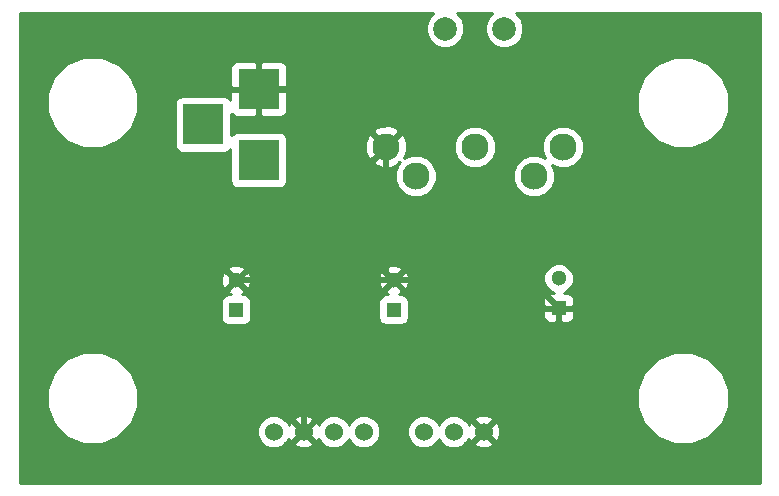
<source format=gbl>
G04 #@! TF.FileFunction,Copper,L2,Bot,Signal*
%FSLAX46Y46*%
G04 Gerber Fmt 4.6, Leading zero omitted, Abs format (unit mm)*
G04 Created by KiCad (PCBNEW 4.0.2-stable) date Wednesday, June 01, 2016 'PMt' 05:28:17 PM*
%MOMM*%
G01*
G04 APERTURE LIST*
%ADD10C,0.100000*%
%ADD11R,3.500120X3.500120*%
%ADD12C,2.300000*%
%ADD13C,2.000000*%
%ADD14C,1.524000*%
%ADD15C,1.300000*%
%ADD16R,1.300000X1.300000*%
%ADD17C,0.508000*%
%ADD18C,0.254000*%
G04 APERTURE END LIST*
D10*
D11*
X139065000Y-79860140D03*
X139065000Y-73860660D03*
X134366000Y-76860400D03*
D12*
X162360000Y-81240000D03*
D13*
X154860000Y-68740000D03*
D12*
X164860000Y-78740000D03*
X157360000Y-78740000D03*
X149860000Y-78740000D03*
X152360000Y-81240000D03*
D13*
X159860000Y-68740000D03*
D14*
X158115000Y-102870000D03*
X155575000Y-102870000D03*
X153035000Y-102870000D03*
X147955000Y-102870000D03*
X145415000Y-102870000D03*
X142875000Y-102870000D03*
X140335000Y-102870000D03*
D15*
X137160000Y-90040000D03*
D16*
X137160000Y-92540000D03*
D15*
X150495000Y-90040000D03*
D16*
X150495000Y-92540000D03*
D15*
X164465000Y-89900000D03*
D16*
X164465000Y-92400000D03*
D17*
X137160000Y-90040000D02*
X142875000Y-95755000D01*
X142875000Y-95755000D02*
X142875000Y-102870000D01*
X164465000Y-92400000D02*
X164465000Y-96520000D01*
X164465000Y-96520000D02*
X158115000Y-102870000D01*
X150495000Y-90040000D02*
X162105000Y-90040000D01*
X162105000Y-90040000D02*
X164465000Y-92400000D01*
X150495000Y-90040000D02*
X137160000Y-90040000D01*
X149860000Y-78740000D02*
X149860000Y-89405000D01*
X149860000Y-89405000D02*
X150495000Y-90040000D01*
X139065000Y-73860660D02*
X144980660Y-73860660D01*
X144980660Y-73860660D02*
X149860000Y-78740000D01*
D18*
G36*
X153474722Y-67812637D02*
X153225284Y-68413352D01*
X153224716Y-69063795D01*
X153473106Y-69664943D01*
X153932637Y-70125278D01*
X154533352Y-70374716D01*
X155183795Y-70375284D01*
X155784943Y-70126894D01*
X156245278Y-69667363D01*
X156494716Y-69066648D01*
X156495284Y-68416205D01*
X156246894Y-67815057D01*
X155869497Y-67437000D01*
X158851016Y-67437000D01*
X158474722Y-67812637D01*
X158225284Y-68413352D01*
X158224716Y-69063795D01*
X158473106Y-69664943D01*
X158932637Y-70125278D01*
X159533352Y-70374716D01*
X160183795Y-70375284D01*
X160784943Y-70126894D01*
X161245278Y-69667363D01*
X161494716Y-69066648D01*
X161495284Y-68416205D01*
X161246894Y-67815057D01*
X160869497Y-67437000D01*
X181483000Y-67437000D01*
X181483000Y-107188000D01*
X118872000Y-107188000D01*
X118872000Y-100769384D01*
X121114327Y-100769384D01*
X121704537Y-102197801D01*
X122796451Y-103291623D01*
X124223835Y-103884324D01*
X125769384Y-103885673D01*
X127197801Y-103295463D01*
X127346863Y-103146661D01*
X138937758Y-103146661D01*
X139149990Y-103660303D01*
X139542630Y-104053629D01*
X140055900Y-104266757D01*
X140611661Y-104267242D01*
X141125303Y-104055010D01*
X141330457Y-103850213D01*
X142074392Y-103850213D01*
X142143857Y-104092397D01*
X142667302Y-104279144D01*
X143222368Y-104251362D01*
X143606143Y-104092397D01*
X143675608Y-103850213D01*
X142875000Y-103049605D01*
X142074392Y-103850213D01*
X141330457Y-103850213D01*
X141518629Y-103662370D01*
X141598395Y-103470273D01*
X141652603Y-103601143D01*
X141894787Y-103670608D01*
X142695395Y-102870000D01*
X143054605Y-102870000D01*
X143855213Y-103670608D01*
X144097397Y-103601143D01*
X144147509Y-103460682D01*
X144229990Y-103660303D01*
X144622630Y-104053629D01*
X145135900Y-104266757D01*
X145691661Y-104267242D01*
X146205303Y-104055010D01*
X146598629Y-103662370D01*
X146684949Y-103454488D01*
X146769990Y-103660303D01*
X147162630Y-104053629D01*
X147675900Y-104266757D01*
X148231661Y-104267242D01*
X148745303Y-104055010D01*
X149138629Y-103662370D01*
X149351757Y-103149100D01*
X149351759Y-103146661D01*
X151637758Y-103146661D01*
X151849990Y-103660303D01*
X152242630Y-104053629D01*
X152755900Y-104266757D01*
X153311661Y-104267242D01*
X153825303Y-104055010D01*
X154218629Y-103662370D01*
X154304949Y-103454488D01*
X154389990Y-103660303D01*
X154782630Y-104053629D01*
X155295900Y-104266757D01*
X155851661Y-104267242D01*
X156365303Y-104055010D01*
X156570457Y-103850213D01*
X157314392Y-103850213D01*
X157383857Y-104092397D01*
X157907302Y-104279144D01*
X158462368Y-104251362D01*
X158846143Y-104092397D01*
X158915608Y-103850213D01*
X158115000Y-103049605D01*
X157314392Y-103850213D01*
X156570457Y-103850213D01*
X156758629Y-103662370D01*
X156838395Y-103470273D01*
X156892603Y-103601143D01*
X157134787Y-103670608D01*
X157935395Y-102870000D01*
X158294605Y-102870000D01*
X159095213Y-103670608D01*
X159337397Y-103601143D01*
X159524144Y-103077698D01*
X159496362Y-102522632D01*
X159337397Y-102138857D01*
X159095213Y-102069392D01*
X158294605Y-102870000D01*
X157935395Y-102870000D01*
X157134787Y-102069392D01*
X156892603Y-102138857D01*
X156842491Y-102279318D01*
X156760010Y-102079697D01*
X156570432Y-101889787D01*
X157314392Y-101889787D01*
X158115000Y-102690395D01*
X158915608Y-101889787D01*
X158846143Y-101647603D01*
X158322698Y-101460856D01*
X157767632Y-101488638D01*
X157383857Y-101647603D01*
X157314392Y-101889787D01*
X156570432Y-101889787D01*
X156367370Y-101686371D01*
X155854100Y-101473243D01*
X155298339Y-101472758D01*
X154784697Y-101684990D01*
X154391371Y-102077630D01*
X154305051Y-102285512D01*
X154220010Y-102079697D01*
X153827370Y-101686371D01*
X153314100Y-101473243D01*
X152758339Y-101472758D01*
X152244697Y-101684990D01*
X151851371Y-102077630D01*
X151638243Y-102590900D01*
X151637758Y-103146661D01*
X149351759Y-103146661D01*
X149352242Y-102593339D01*
X149140010Y-102079697D01*
X148747370Y-101686371D01*
X148234100Y-101473243D01*
X147678339Y-101472758D01*
X147164697Y-101684990D01*
X146771371Y-102077630D01*
X146685051Y-102285512D01*
X146600010Y-102079697D01*
X146207370Y-101686371D01*
X145694100Y-101473243D01*
X145138339Y-101472758D01*
X144624697Y-101684990D01*
X144231371Y-102077630D01*
X144151605Y-102269727D01*
X144097397Y-102138857D01*
X143855213Y-102069392D01*
X143054605Y-102870000D01*
X142695395Y-102870000D01*
X141894787Y-102069392D01*
X141652603Y-102138857D01*
X141602491Y-102279318D01*
X141520010Y-102079697D01*
X141330432Y-101889787D01*
X142074392Y-101889787D01*
X142875000Y-102690395D01*
X143675608Y-101889787D01*
X143606143Y-101647603D01*
X143082698Y-101460856D01*
X142527632Y-101488638D01*
X142143857Y-101647603D01*
X142074392Y-101889787D01*
X141330432Y-101889787D01*
X141127370Y-101686371D01*
X140614100Y-101473243D01*
X140058339Y-101472758D01*
X139544697Y-101684990D01*
X139151371Y-102077630D01*
X138938243Y-102590900D01*
X138937758Y-103146661D01*
X127346863Y-103146661D01*
X128291623Y-102203549D01*
X128884324Y-100776165D01*
X128884329Y-100769384D01*
X171114327Y-100769384D01*
X171704537Y-102197801D01*
X172796451Y-103291623D01*
X174223835Y-103884324D01*
X175769384Y-103885673D01*
X177197801Y-103295463D01*
X178291623Y-102203549D01*
X178884324Y-100776165D01*
X178885673Y-99230616D01*
X178295463Y-97802199D01*
X177203549Y-96708377D01*
X175776165Y-96115676D01*
X174230616Y-96114327D01*
X172802199Y-96704537D01*
X171708377Y-97796451D01*
X171115676Y-99223835D01*
X171114327Y-100769384D01*
X128884329Y-100769384D01*
X128885673Y-99230616D01*
X128295463Y-97802199D01*
X127203549Y-96708377D01*
X125776165Y-96115676D01*
X124230616Y-96114327D01*
X122802199Y-96704537D01*
X121708377Y-97796451D01*
X121115676Y-99223835D01*
X121114327Y-100769384D01*
X118872000Y-100769384D01*
X118872000Y-91890000D01*
X135862560Y-91890000D01*
X135862560Y-93190000D01*
X135906838Y-93425317D01*
X136045910Y-93641441D01*
X136258110Y-93786431D01*
X136510000Y-93837440D01*
X137810000Y-93837440D01*
X138045317Y-93793162D01*
X138261441Y-93654090D01*
X138406431Y-93441890D01*
X138457440Y-93190000D01*
X138457440Y-91890000D01*
X149197560Y-91890000D01*
X149197560Y-93190000D01*
X149241838Y-93425317D01*
X149380910Y-93641441D01*
X149593110Y-93786431D01*
X149845000Y-93837440D01*
X151145000Y-93837440D01*
X151380317Y-93793162D01*
X151596441Y-93654090D01*
X151741431Y-93441890D01*
X151792440Y-93190000D01*
X151792440Y-92685750D01*
X163180000Y-92685750D01*
X163180000Y-93176309D01*
X163276673Y-93409698D01*
X163455301Y-93588327D01*
X163688690Y-93685000D01*
X164179250Y-93685000D01*
X164338000Y-93526250D01*
X164338000Y-92527000D01*
X164592000Y-92527000D01*
X164592000Y-93526250D01*
X164750750Y-93685000D01*
X165241310Y-93685000D01*
X165474699Y-93588327D01*
X165653327Y-93409698D01*
X165750000Y-93176309D01*
X165750000Y-92685750D01*
X165591250Y-92527000D01*
X164592000Y-92527000D01*
X164338000Y-92527000D01*
X163338750Y-92527000D01*
X163180000Y-92685750D01*
X151792440Y-92685750D01*
X151792440Y-91890000D01*
X151748162Y-91654683D01*
X151609090Y-91438559D01*
X151396890Y-91293569D01*
X151145000Y-91242560D01*
X150982615Y-91242560D01*
X151158729Y-91169611D01*
X151214410Y-90939016D01*
X150495000Y-90219605D01*
X149775590Y-90939016D01*
X149831271Y-91169611D01*
X150040902Y-91242560D01*
X149845000Y-91242560D01*
X149609683Y-91286838D01*
X149393559Y-91425910D01*
X149248569Y-91638110D01*
X149197560Y-91890000D01*
X138457440Y-91890000D01*
X138413162Y-91654683D01*
X138274090Y-91438559D01*
X138061890Y-91293569D01*
X137810000Y-91242560D01*
X137647615Y-91242560D01*
X137823729Y-91169611D01*
X137879410Y-90939016D01*
X137160000Y-90219605D01*
X136440590Y-90939016D01*
X136496271Y-91169611D01*
X136705902Y-91242560D01*
X136510000Y-91242560D01*
X136274683Y-91286838D01*
X136058559Y-91425910D01*
X135913569Y-91638110D01*
X135862560Y-91890000D01*
X118872000Y-91890000D01*
X118872000Y-89859078D01*
X135862378Y-89859078D01*
X135891917Y-90369428D01*
X136030389Y-90703729D01*
X136260984Y-90759410D01*
X136980395Y-90040000D01*
X137339605Y-90040000D01*
X138059016Y-90759410D01*
X138289611Y-90703729D01*
X138457622Y-90220922D01*
X138436679Y-89859078D01*
X149197378Y-89859078D01*
X149226917Y-90369428D01*
X149365389Y-90703729D01*
X149595984Y-90759410D01*
X150315395Y-90040000D01*
X150674605Y-90040000D01*
X151394016Y-90759410D01*
X151624611Y-90703729D01*
X151792622Y-90220922D01*
X151788777Y-90154481D01*
X163179777Y-90154481D01*
X163374995Y-90626943D01*
X163736155Y-90988735D01*
X164040235Y-91115000D01*
X163688690Y-91115000D01*
X163455301Y-91211673D01*
X163276673Y-91390302D01*
X163180000Y-91623691D01*
X163180000Y-92114250D01*
X163338750Y-92273000D01*
X164338000Y-92273000D01*
X164338000Y-92253000D01*
X164592000Y-92253000D01*
X164592000Y-92273000D01*
X165591250Y-92273000D01*
X165750000Y-92114250D01*
X165750000Y-91623691D01*
X165653327Y-91390302D01*
X165474699Y-91211673D01*
X165241310Y-91115000D01*
X164889433Y-91115000D01*
X165191943Y-90990005D01*
X165553735Y-90628845D01*
X165749777Y-90156724D01*
X165750223Y-89645519D01*
X165555005Y-89173057D01*
X165193845Y-88811265D01*
X164721724Y-88615223D01*
X164210519Y-88614777D01*
X163738057Y-88809995D01*
X163376265Y-89171155D01*
X163180223Y-89643276D01*
X163179777Y-90154481D01*
X151788777Y-90154481D01*
X151763083Y-89710572D01*
X151624611Y-89376271D01*
X151394016Y-89320590D01*
X150674605Y-90040000D01*
X150315395Y-90040000D01*
X149595984Y-89320590D01*
X149365389Y-89376271D01*
X149197378Y-89859078D01*
X138436679Y-89859078D01*
X138428083Y-89710572D01*
X138289611Y-89376271D01*
X138059016Y-89320590D01*
X137339605Y-90040000D01*
X136980395Y-90040000D01*
X136260984Y-89320590D01*
X136030389Y-89376271D01*
X135862378Y-89859078D01*
X118872000Y-89859078D01*
X118872000Y-89140984D01*
X136440590Y-89140984D01*
X137160000Y-89860395D01*
X137879410Y-89140984D01*
X149775590Y-89140984D01*
X150495000Y-89860395D01*
X151214410Y-89140984D01*
X151158729Y-88910389D01*
X150675922Y-88742378D01*
X150165572Y-88771917D01*
X149831271Y-88910389D01*
X149775590Y-89140984D01*
X137879410Y-89140984D01*
X137823729Y-88910389D01*
X137340922Y-88742378D01*
X136830572Y-88771917D01*
X136496271Y-88910389D01*
X136440590Y-89140984D01*
X118872000Y-89140984D01*
X118872000Y-75769384D01*
X121114327Y-75769384D01*
X121704537Y-77197801D01*
X122796451Y-78291623D01*
X124223835Y-78884324D01*
X125769384Y-78885673D01*
X127197801Y-78295463D01*
X128291623Y-77203549D01*
X128884324Y-75776165D01*
X128884905Y-75110340D01*
X131968500Y-75110340D01*
X131968500Y-78610460D01*
X132012778Y-78845777D01*
X132151850Y-79061901D01*
X132364050Y-79206891D01*
X132615940Y-79257900D01*
X136116060Y-79257900D01*
X136351377Y-79213622D01*
X136567501Y-79074550D01*
X136667500Y-78928197D01*
X136667500Y-81610200D01*
X136711778Y-81845517D01*
X136850850Y-82061641D01*
X137063050Y-82206631D01*
X137314940Y-82257640D01*
X140815060Y-82257640D01*
X141050377Y-82213362D01*
X141266501Y-82074290D01*
X141411491Y-81862090D01*
X141462500Y-81610200D01*
X141462500Y-80001025D01*
X148778581Y-80001025D01*
X148895601Y-80283446D01*
X149559663Y-80535018D01*
X150269448Y-80513314D01*
X150824399Y-80283446D01*
X150941418Y-80001026D01*
X151007932Y-80067540D01*
X150847633Y-80227559D01*
X150575311Y-80883384D01*
X150574691Y-81593501D01*
X150845868Y-82249800D01*
X151347559Y-82752367D01*
X152003384Y-83024689D01*
X152713501Y-83025309D01*
X153369800Y-82754132D01*
X153872367Y-82252441D01*
X154144689Y-81596616D01*
X154144691Y-81593501D01*
X160574691Y-81593501D01*
X160845868Y-82249800D01*
X161347559Y-82752367D01*
X162003384Y-83024689D01*
X162713501Y-83025309D01*
X163369800Y-82754132D01*
X163872367Y-82252441D01*
X164144689Y-81596616D01*
X164145309Y-80886499D01*
X163890692Y-80270277D01*
X164503384Y-80524689D01*
X165213501Y-80525309D01*
X165869800Y-80254132D01*
X166372367Y-79752441D01*
X166644689Y-79096616D01*
X166645309Y-78386499D01*
X166374132Y-77730200D01*
X165872441Y-77227633D01*
X165216616Y-76955311D01*
X164506499Y-76954691D01*
X163850200Y-77225868D01*
X163347633Y-77727559D01*
X163075311Y-78383384D01*
X163074691Y-79093501D01*
X163329308Y-79709723D01*
X162716616Y-79455311D01*
X162006499Y-79454691D01*
X161350200Y-79725868D01*
X160847633Y-80227559D01*
X160575311Y-80883384D01*
X160574691Y-81593501D01*
X154144691Y-81593501D01*
X154145309Y-80886499D01*
X153874132Y-80230200D01*
X153372441Y-79727633D01*
X152716616Y-79455311D01*
X152006499Y-79454691D01*
X151403685Y-79703769D01*
X151634877Y-79093501D01*
X155574691Y-79093501D01*
X155845868Y-79749800D01*
X156347559Y-80252367D01*
X157003384Y-80524689D01*
X157713501Y-80525309D01*
X158369800Y-80254132D01*
X158872367Y-79752441D01*
X159144689Y-79096616D01*
X159145309Y-78386499D01*
X158874132Y-77730200D01*
X158372441Y-77227633D01*
X157716616Y-76955311D01*
X157006499Y-76954691D01*
X156350200Y-77225868D01*
X155847633Y-77727559D01*
X155575311Y-78383384D01*
X155574691Y-79093501D01*
X151634877Y-79093501D01*
X151655018Y-79040337D01*
X151633314Y-78330552D01*
X151403446Y-77775601D01*
X151121025Y-77658581D01*
X150039605Y-78740000D01*
X150053748Y-78754142D01*
X149874142Y-78933748D01*
X149860000Y-78919605D01*
X148778581Y-80001025D01*
X141462500Y-80001025D01*
X141462500Y-78439663D01*
X148064982Y-78439663D01*
X148086686Y-79149448D01*
X148316554Y-79704399D01*
X148598975Y-79821419D01*
X149680395Y-78740000D01*
X148598975Y-77658581D01*
X148316554Y-77775601D01*
X148064982Y-78439663D01*
X141462500Y-78439663D01*
X141462500Y-78110080D01*
X141418222Y-77874763D01*
X141279150Y-77658639D01*
X141066950Y-77513649D01*
X140895725Y-77478975D01*
X148778581Y-77478975D01*
X149860000Y-78560395D01*
X150941419Y-77478975D01*
X150824399Y-77196554D01*
X150160337Y-76944982D01*
X149450552Y-76966686D01*
X148895601Y-77196554D01*
X148778581Y-77478975D01*
X140895725Y-77478975D01*
X140815060Y-77462640D01*
X137314940Y-77462640D01*
X137079623Y-77506918D01*
X136863499Y-77645990D01*
X136763500Y-77792343D01*
X136763500Y-75938760D01*
X136776613Y-75970418D01*
X136955241Y-76149047D01*
X137188630Y-76245720D01*
X138779250Y-76245720D01*
X138938000Y-76086970D01*
X138938000Y-73987660D01*
X139192000Y-73987660D01*
X139192000Y-76086970D01*
X139350750Y-76245720D01*
X140941370Y-76245720D01*
X141174759Y-76149047D01*
X141353387Y-75970418D01*
X141436658Y-75769384D01*
X171114327Y-75769384D01*
X171704537Y-77197801D01*
X172796451Y-78291623D01*
X174223835Y-78884324D01*
X175769384Y-78885673D01*
X177197801Y-78295463D01*
X178291623Y-77203549D01*
X178884324Y-75776165D01*
X178885673Y-74230616D01*
X178295463Y-72802199D01*
X177203549Y-71708377D01*
X175776165Y-71115676D01*
X174230616Y-71114327D01*
X172802199Y-71704537D01*
X171708377Y-72796451D01*
X171115676Y-74223835D01*
X171114327Y-75769384D01*
X141436658Y-75769384D01*
X141450060Y-75737029D01*
X141450060Y-74146410D01*
X141291310Y-73987660D01*
X139192000Y-73987660D01*
X138938000Y-73987660D01*
X136838690Y-73987660D01*
X136679940Y-74146410D01*
X136679940Y-74813977D01*
X136580150Y-74658899D01*
X136367950Y-74513909D01*
X136116060Y-74462900D01*
X132615940Y-74462900D01*
X132380623Y-74507178D01*
X132164499Y-74646250D01*
X132019509Y-74858450D01*
X131968500Y-75110340D01*
X128884905Y-75110340D01*
X128885673Y-74230616D01*
X128295463Y-72802199D01*
X127478982Y-71984291D01*
X136679940Y-71984291D01*
X136679940Y-73574910D01*
X136838690Y-73733660D01*
X138938000Y-73733660D01*
X138938000Y-71634350D01*
X139192000Y-71634350D01*
X139192000Y-73733660D01*
X141291310Y-73733660D01*
X141450060Y-73574910D01*
X141450060Y-71984291D01*
X141353387Y-71750902D01*
X141174759Y-71572273D01*
X140941370Y-71475600D01*
X139350750Y-71475600D01*
X139192000Y-71634350D01*
X138938000Y-71634350D01*
X138779250Y-71475600D01*
X137188630Y-71475600D01*
X136955241Y-71572273D01*
X136776613Y-71750902D01*
X136679940Y-71984291D01*
X127478982Y-71984291D01*
X127203549Y-71708377D01*
X125776165Y-71115676D01*
X124230616Y-71114327D01*
X122802199Y-71704537D01*
X121708377Y-72796451D01*
X121115676Y-74223835D01*
X121114327Y-75769384D01*
X118872000Y-75769384D01*
X118872000Y-67437000D01*
X153851016Y-67437000D01*
X153474722Y-67812637D01*
X153474722Y-67812637D01*
G37*
X153474722Y-67812637D02*
X153225284Y-68413352D01*
X153224716Y-69063795D01*
X153473106Y-69664943D01*
X153932637Y-70125278D01*
X154533352Y-70374716D01*
X155183795Y-70375284D01*
X155784943Y-70126894D01*
X156245278Y-69667363D01*
X156494716Y-69066648D01*
X156495284Y-68416205D01*
X156246894Y-67815057D01*
X155869497Y-67437000D01*
X158851016Y-67437000D01*
X158474722Y-67812637D01*
X158225284Y-68413352D01*
X158224716Y-69063795D01*
X158473106Y-69664943D01*
X158932637Y-70125278D01*
X159533352Y-70374716D01*
X160183795Y-70375284D01*
X160784943Y-70126894D01*
X161245278Y-69667363D01*
X161494716Y-69066648D01*
X161495284Y-68416205D01*
X161246894Y-67815057D01*
X160869497Y-67437000D01*
X181483000Y-67437000D01*
X181483000Y-107188000D01*
X118872000Y-107188000D01*
X118872000Y-100769384D01*
X121114327Y-100769384D01*
X121704537Y-102197801D01*
X122796451Y-103291623D01*
X124223835Y-103884324D01*
X125769384Y-103885673D01*
X127197801Y-103295463D01*
X127346863Y-103146661D01*
X138937758Y-103146661D01*
X139149990Y-103660303D01*
X139542630Y-104053629D01*
X140055900Y-104266757D01*
X140611661Y-104267242D01*
X141125303Y-104055010D01*
X141330457Y-103850213D01*
X142074392Y-103850213D01*
X142143857Y-104092397D01*
X142667302Y-104279144D01*
X143222368Y-104251362D01*
X143606143Y-104092397D01*
X143675608Y-103850213D01*
X142875000Y-103049605D01*
X142074392Y-103850213D01*
X141330457Y-103850213D01*
X141518629Y-103662370D01*
X141598395Y-103470273D01*
X141652603Y-103601143D01*
X141894787Y-103670608D01*
X142695395Y-102870000D01*
X143054605Y-102870000D01*
X143855213Y-103670608D01*
X144097397Y-103601143D01*
X144147509Y-103460682D01*
X144229990Y-103660303D01*
X144622630Y-104053629D01*
X145135900Y-104266757D01*
X145691661Y-104267242D01*
X146205303Y-104055010D01*
X146598629Y-103662370D01*
X146684949Y-103454488D01*
X146769990Y-103660303D01*
X147162630Y-104053629D01*
X147675900Y-104266757D01*
X148231661Y-104267242D01*
X148745303Y-104055010D01*
X149138629Y-103662370D01*
X149351757Y-103149100D01*
X149351759Y-103146661D01*
X151637758Y-103146661D01*
X151849990Y-103660303D01*
X152242630Y-104053629D01*
X152755900Y-104266757D01*
X153311661Y-104267242D01*
X153825303Y-104055010D01*
X154218629Y-103662370D01*
X154304949Y-103454488D01*
X154389990Y-103660303D01*
X154782630Y-104053629D01*
X155295900Y-104266757D01*
X155851661Y-104267242D01*
X156365303Y-104055010D01*
X156570457Y-103850213D01*
X157314392Y-103850213D01*
X157383857Y-104092397D01*
X157907302Y-104279144D01*
X158462368Y-104251362D01*
X158846143Y-104092397D01*
X158915608Y-103850213D01*
X158115000Y-103049605D01*
X157314392Y-103850213D01*
X156570457Y-103850213D01*
X156758629Y-103662370D01*
X156838395Y-103470273D01*
X156892603Y-103601143D01*
X157134787Y-103670608D01*
X157935395Y-102870000D01*
X158294605Y-102870000D01*
X159095213Y-103670608D01*
X159337397Y-103601143D01*
X159524144Y-103077698D01*
X159496362Y-102522632D01*
X159337397Y-102138857D01*
X159095213Y-102069392D01*
X158294605Y-102870000D01*
X157935395Y-102870000D01*
X157134787Y-102069392D01*
X156892603Y-102138857D01*
X156842491Y-102279318D01*
X156760010Y-102079697D01*
X156570432Y-101889787D01*
X157314392Y-101889787D01*
X158115000Y-102690395D01*
X158915608Y-101889787D01*
X158846143Y-101647603D01*
X158322698Y-101460856D01*
X157767632Y-101488638D01*
X157383857Y-101647603D01*
X157314392Y-101889787D01*
X156570432Y-101889787D01*
X156367370Y-101686371D01*
X155854100Y-101473243D01*
X155298339Y-101472758D01*
X154784697Y-101684990D01*
X154391371Y-102077630D01*
X154305051Y-102285512D01*
X154220010Y-102079697D01*
X153827370Y-101686371D01*
X153314100Y-101473243D01*
X152758339Y-101472758D01*
X152244697Y-101684990D01*
X151851371Y-102077630D01*
X151638243Y-102590900D01*
X151637758Y-103146661D01*
X149351759Y-103146661D01*
X149352242Y-102593339D01*
X149140010Y-102079697D01*
X148747370Y-101686371D01*
X148234100Y-101473243D01*
X147678339Y-101472758D01*
X147164697Y-101684990D01*
X146771371Y-102077630D01*
X146685051Y-102285512D01*
X146600010Y-102079697D01*
X146207370Y-101686371D01*
X145694100Y-101473243D01*
X145138339Y-101472758D01*
X144624697Y-101684990D01*
X144231371Y-102077630D01*
X144151605Y-102269727D01*
X144097397Y-102138857D01*
X143855213Y-102069392D01*
X143054605Y-102870000D01*
X142695395Y-102870000D01*
X141894787Y-102069392D01*
X141652603Y-102138857D01*
X141602491Y-102279318D01*
X141520010Y-102079697D01*
X141330432Y-101889787D01*
X142074392Y-101889787D01*
X142875000Y-102690395D01*
X143675608Y-101889787D01*
X143606143Y-101647603D01*
X143082698Y-101460856D01*
X142527632Y-101488638D01*
X142143857Y-101647603D01*
X142074392Y-101889787D01*
X141330432Y-101889787D01*
X141127370Y-101686371D01*
X140614100Y-101473243D01*
X140058339Y-101472758D01*
X139544697Y-101684990D01*
X139151371Y-102077630D01*
X138938243Y-102590900D01*
X138937758Y-103146661D01*
X127346863Y-103146661D01*
X128291623Y-102203549D01*
X128884324Y-100776165D01*
X128884329Y-100769384D01*
X171114327Y-100769384D01*
X171704537Y-102197801D01*
X172796451Y-103291623D01*
X174223835Y-103884324D01*
X175769384Y-103885673D01*
X177197801Y-103295463D01*
X178291623Y-102203549D01*
X178884324Y-100776165D01*
X178885673Y-99230616D01*
X178295463Y-97802199D01*
X177203549Y-96708377D01*
X175776165Y-96115676D01*
X174230616Y-96114327D01*
X172802199Y-96704537D01*
X171708377Y-97796451D01*
X171115676Y-99223835D01*
X171114327Y-100769384D01*
X128884329Y-100769384D01*
X128885673Y-99230616D01*
X128295463Y-97802199D01*
X127203549Y-96708377D01*
X125776165Y-96115676D01*
X124230616Y-96114327D01*
X122802199Y-96704537D01*
X121708377Y-97796451D01*
X121115676Y-99223835D01*
X121114327Y-100769384D01*
X118872000Y-100769384D01*
X118872000Y-91890000D01*
X135862560Y-91890000D01*
X135862560Y-93190000D01*
X135906838Y-93425317D01*
X136045910Y-93641441D01*
X136258110Y-93786431D01*
X136510000Y-93837440D01*
X137810000Y-93837440D01*
X138045317Y-93793162D01*
X138261441Y-93654090D01*
X138406431Y-93441890D01*
X138457440Y-93190000D01*
X138457440Y-91890000D01*
X149197560Y-91890000D01*
X149197560Y-93190000D01*
X149241838Y-93425317D01*
X149380910Y-93641441D01*
X149593110Y-93786431D01*
X149845000Y-93837440D01*
X151145000Y-93837440D01*
X151380317Y-93793162D01*
X151596441Y-93654090D01*
X151741431Y-93441890D01*
X151792440Y-93190000D01*
X151792440Y-92685750D01*
X163180000Y-92685750D01*
X163180000Y-93176309D01*
X163276673Y-93409698D01*
X163455301Y-93588327D01*
X163688690Y-93685000D01*
X164179250Y-93685000D01*
X164338000Y-93526250D01*
X164338000Y-92527000D01*
X164592000Y-92527000D01*
X164592000Y-93526250D01*
X164750750Y-93685000D01*
X165241310Y-93685000D01*
X165474699Y-93588327D01*
X165653327Y-93409698D01*
X165750000Y-93176309D01*
X165750000Y-92685750D01*
X165591250Y-92527000D01*
X164592000Y-92527000D01*
X164338000Y-92527000D01*
X163338750Y-92527000D01*
X163180000Y-92685750D01*
X151792440Y-92685750D01*
X151792440Y-91890000D01*
X151748162Y-91654683D01*
X151609090Y-91438559D01*
X151396890Y-91293569D01*
X151145000Y-91242560D01*
X150982615Y-91242560D01*
X151158729Y-91169611D01*
X151214410Y-90939016D01*
X150495000Y-90219605D01*
X149775590Y-90939016D01*
X149831271Y-91169611D01*
X150040902Y-91242560D01*
X149845000Y-91242560D01*
X149609683Y-91286838D01*
X149393559Y-91425910D01*
X149248569Y-91638110D01*
X149197560Y-91890000D01*
X138457440Y-91890000D01*
X138413162Y-91654683D01*
X138274090Y-91438559D01*
X138061890Y-91293569D01*
X137810000Y-91242560D01*
X137647615Y-91242560D01*
X137823729Y-91169611D01*
X137879410Y-90939016D01*
X137160000Y-90219605D01*
X136440590Y-90939016D01*
X136496271Y-91169611D01*
X136705902Y-91242560D01*
X136510000Y-91242560D01*
X136274683Y-91286838D01*
X136058559Y-91425910D01*
X135913569Y-91638110D01*
X135862560Y-91890000D01*
X118872000Y-91890000D01*
X118872000Y-89859078D01*
X135862378Y-89859078D01*
X135891917Y-90369428D01*
X136030389Y-90703729D01*
X136260984Y-90759410D01*
X136980395Y-90040000D01*
X137339605Y-90040000D01*
X138059016Y-90759410D01*
X138289611Y-90703729D01*
X138457622Y-90220922D01*
X138436679Y-89859078D01*
X149197378Y-89859078D01*
X149226917Y-90369428D01*
X149365389Y-90703729D01*
X149595984Y-90759410D01*
X150315395Y-90040000D01*
X150674605Y-90040000D01*
X151394016Y-90759410D01*
X151624611Y-90703729D01*
X151792622Y-90220922D01*
X151788777Y-90154481D01*
X163179777Y-90154481D01*
X163374995Y-90626943D01*
X163736155Y-90988735D01*
X164040235Y-91115000D01*
X163688690Y-91115000D01*
X163455301Y-91211673D01*
X163276673Y-91390302D01*
X163180000Y-91623691D01*
X163180000Y-92114250D01*
X163338750Y-92273000D01*
X164338000Y-92273000D01*
X164338000Y-92253000D01*
X164592000Y-92253000D01*
X164592000Y-92273000D01*
X165591250Y-92273000D01*
X165750000Y-92114250D01*
X165750000Y-91623691D01*
X165653327Y-91390302D01*
X165474699Y-91211673D01*
X165241310Y-91115000D01*
X164889433Y-91115000D01*
X165191943Y-90990005D01*
X165553735Y-90628845D01*
X165749777Y-90156724D01*
X165750223Y-89645519D01*
X165555005Y-89173057D01*
X165193845Y-88811265D01*
X164721724Y-88615223D01*
X164210519Y-88614777D01*
X163738057Y-88809995D01*
X163376265Y-89171155D01*
X163180223Y-89643276D01*
X163179777Y-90154481D01*
X151788777Y-90154481D01*
X151763083Y-89710572D01*
X151624611Y-89376271D01*
X151394016Y-89320590D01*
X150674605Y-90040000D01*
X150315395Y-90040000D01*
X149595984Y-89320590D01*
X149365389Y-89376271D01*
X149197378Y-89859078D01*
X138436679Y-89859078D01*
X138428083Y-89710572D01*
X138289611Y-89376271D01*
X138059016Y-89320590D01*
X137339605Y-90040000D01*
X136980395Y-90040000D01*
X136260984Y-89320590D01*
X136030389Y-89376271D01*
X135862378Y-89859078D01*
X118872000Y-89859078D01*
X118872000Y-89140984D01*
X136440590Y-89140984D01*
X137160000Y-89860395D01*
X137879410Y-89140984D01*
X149775590Y-89140984D01*
X150495000Y-89860395D01*
X151214410Y-89140984D01*
X151158729Y-88910389D01*
X150675922Y-88742378D01*
X150165572Y-88771917D01*
X149831271Y-88910389D01*
X149775590Y-89140984D01*
X137879410Y-89140984D01*
X137823729Y-88910389D01*
X137340922Y-88742378D01*
X136830572Y-88771917D01*
X136496271Y-88910389D01*
X136440590Y-89140984D01*
X118872000Y-89140984D01*
X118872000Y-75769384D01*
X121114327Y-75769384D01*
X121704537Y-77197801D01*
X122796451Y-78291623D01*
X124223835Y-78884324D01*
X125769384Y-78885673D01*
X127197801Y-78295463D01*
X128291623Y-77203549D01*
X128884324Y-75776165D01*
X128884905Y-75110340D01*
X131968500Y-75110340D01*
X131968500Y-78610460D01*
X132012778Y-78845777D01*
X132151850Y-79061901D01*
X132364050Y-79206891D01*
X132615940Y-79257900D01*
X136116060Y-79257900D01*
X136351377Y-79213622D01*
X136567501Y-79074550D01*
X136667500Y-78928197D01*
X136667500Y-81610200D01*
X136711778Y-81845517D01*
X136850850Y-82061641D01*
X137063050Y-82206631D01*
X137314940Y-82257640D01*
X140815060Y-82257640D01*
X141050377Y-82213362D01*
X141266501Y-82074290D01*
X141411491Y-81862090D01*
X141462500Y-81610200D01*
X141462500Y-80001025D01*
X148778581Y-80001025D01*
X148895601Y-80283446D01*
X149559663Y-80535018D01*
X150269448Y-80513314D01*
X150824399Y-80283446D01*
X150941418Y-80001026D01*
X151007932Y-80067540D01*
X150847633Y-80227559D01*
X150575311Y-80883384D01*
X150574691Y-81593501D01*
X150845868Y-82249800D01*
X151347559Y-82752367D01*
X152003384Y-83024689D01*
X152713501Y-83025309D01*
X153369800Y-82754132D01*
X153872367Y-82252441D01*
X154144689Y-81596616D01*
X154144691Y-81593501D01*
X160574691Y-81593501D01*
X160845868Y-82249800D01*
X161347559Y-82752367D01*
X162003384Y-83024689D01*
X162713501Y-83025309D01*
X163369800Y-82754132D01*
X163872367Y-82252441D01*
X164144689Y-81596616D01*
X164145309Y-80886499D01*
X163890692Y-80270277D01*
X164503384Y-80524689D01*
X165213501Y-80525309D01*
X165869800Y-80254132D01*
X166372367Y-79752441D01*
X166644689Y-79096616D01*
X166645309Y-78386499D01*
X166374132Y-77730200D01*
X165872441Y-77227633D01*
X165216616Y-76955311D01*
X164506499Y-76954691D01*
X163850200Y-77225868D01*
X163347633Y-77727559D01*
X163075311Y-78383384D01*
X163074691Y-79093501D01*
X163329308Y-79709723D01*
X162716616Y-79455311D01*
X162006499Y-79454691D01*
X161350200Y-79725868D01*
X160847633Y-80227559D01*
X160575311Y-80883384D01*
X160574691Y-81593501D01*
X154144691Y-81593501D01*
X154145309Y-80886499D01*
X153874132Y-80230200D01*
X153372441Y-79727633D01*
X152716616Y-79455311D01*
X152006499Y-79454691D01*
X151403685Y-79703769D01*
X151634877Y-79093501D01*
X155574691Y-79093501D01*
X155845868Y-79749800D01*
X156347559Y-80252367D01*
X157003384Y-80524689D01*
X157713501Y-80525309D01*
X158369800Y-80254132D01*
X158872367Y-79752441D01*
X159144689Y-79096616D01*
X159145309Y-78386499D01*
X158874132Y-77730200D01*
X158372441Y-77227633D01*
X157716616Y-76955311D01*
X157006499Y-76954691D01*
X156350200Y-77225868D01*
X155847633Y-77727559D01*
X155575311Y-78383384D01*
X155574691Y-79093501D01*
X151634877Y-79093501D01*
X151655018Y-79040337D01*
X151633314Y-78330552D01*
X151403446Y-77775601D01*
X151121025Y-77658581D01*
X150039605Y-78740000D01*
X150053748Y-78754142D01*
X149874142Y-78933748D01*
X149860000Y-78919605D01*
X148778581Y-80001025D01*
X141462500Y-80001025D01*
X141462500Y-78439663D01*
X148064982Y-78439663D01*
X148086686Y-79149448D01*
X148316554Y-79704399D01*
X148598975Y-79821419D01*
X149680395Y-78740000D01*
X148598975Y-77658581D01*
X148316554Y-77775601D01*
X148064982Y-78439663D01*
X141462500Y-78439663D01*
X141462500Y-78110080D01*
X141418222Y-77874763D01*
X141279150Y-77658639D01*
X141066950Y-77513649D01*
X140895725Y-77478975D01*
X148778581Y-77478975D01*
X149860000Y-78560395D01*
X150941419Y-77478975D01*
X150824399Y-77196554D01*
X150160337Y-76944982D01*
X149450552Y-76966686D01*
X148895601Y-77196554D01*
X148778581Y-77478975D01*
X140895725Y-77478975D01*
X140815060Y-77462640D01*
X137314940Y-77462640D01*
X137079623Y-77506918D01*
X136863499Y-77645990D01*
X136763500Y-77792343D01*
X136763500Y-75938760D01*
X136776613Y-75970418D01*
X136955241Y-76149047D01*
X137188630Y-76245720D01*
X138779250Y-76245720D01*
X138938000Y-76086970D01*
X138938000Y-73987660D01*
X139192000Y-73987660D01*
X139192000Y-76086970D01*
X139350750Y-76245720D01*
X140941370Y-76245720D01*
X141174759Y-76149047D01*
X141353387Y-75970418D01*
X141436658Y-75769384D01*
X171114327Y-75769384D01*
X171704537Y-77197801D01*
X172796451Y-78291623D01*
X174223835Y-78884324D01*
X175769384Y-78885673D01*
X177197801Y-78295463D01*
X178291623Y-77203549D01*
X178884324Y-75776165D01*
X178885673Y-74230616D01*
X178295463Y-72802199D01*
X177203549Y-71708377D01*
X175776165Y-71115676D01*
X174230616Y-71114327D01*
X172802199Y-71704537D01*
X171708377Y-72796451D01*
X171115676Y-74223835D01*
X171114327Y-75769384D01*
X141436658Y-75769384D01*
X141450060Y-75737029D01*
X141450060Y-74146410D01*
X141291310Y-73987660D01*
X139192000Y-73987660D01*
X138938000Y-73987660D01*
X136838690Y-73987660D01*
X136679940Y-74146410D01*
X136679940Y-74813977D01*
X136580150Y-74658899D01*
X136367950Y-74513909D01*
X136116060Y-74462900D01*
X132615940Y-74462900D01*
X132380623Y-74507178D01*
X132164499Y-74646250D01*
X132019509Y-74858450D01*
X131968500Y-75110340D01*
X128884905Y-75110340D01*
X128885673Y-74230616D01*
X128295463Y-72802199D01*
X127478982Y-71984291D01*
X136679940Y-71984291D01*
X136679940Y-73574910D01*
X136838690Y-73733660D01*
X138938000Y-73733660D01*
X138938000Y-71634350D01*
X139192000Y-71634350D01*
X139192000Y-73733660D01*
X141291310Y-73733660D01*
X141450060Y-73574910D01*
X141450060Y-71984291D01*
X141353387Y-71750902D01*
X141174759Y-71572273D01*
X140941370Y-71475600D01*
X139350750Y-71475600D01*
X139192000Y-71634350D01*
X138938000Y-71634350D01*
X138779250Y-71475600D01*
X137188630Y-71475600D01*
X136955241Y-71572273D01*
X136776613Y-71750902D01*
X136679940Y-71984291D01*
X127478982Y-71984291D01*
X127203549Y-71708377D01*
X125776165Y-71115676D01*
X124230616Y-71114327D01*
X122802199Y-71704537D01*
X121708377Y-72796451D01*
X121115676Y-74223835D01*
X121114327Y-75769384D01*
X118872000Y-75769384D01*
X118872000Y-67437000D01*
X153851016Y-67437000D01*
X153474722Y-67812637D01*
M02*

</source>
